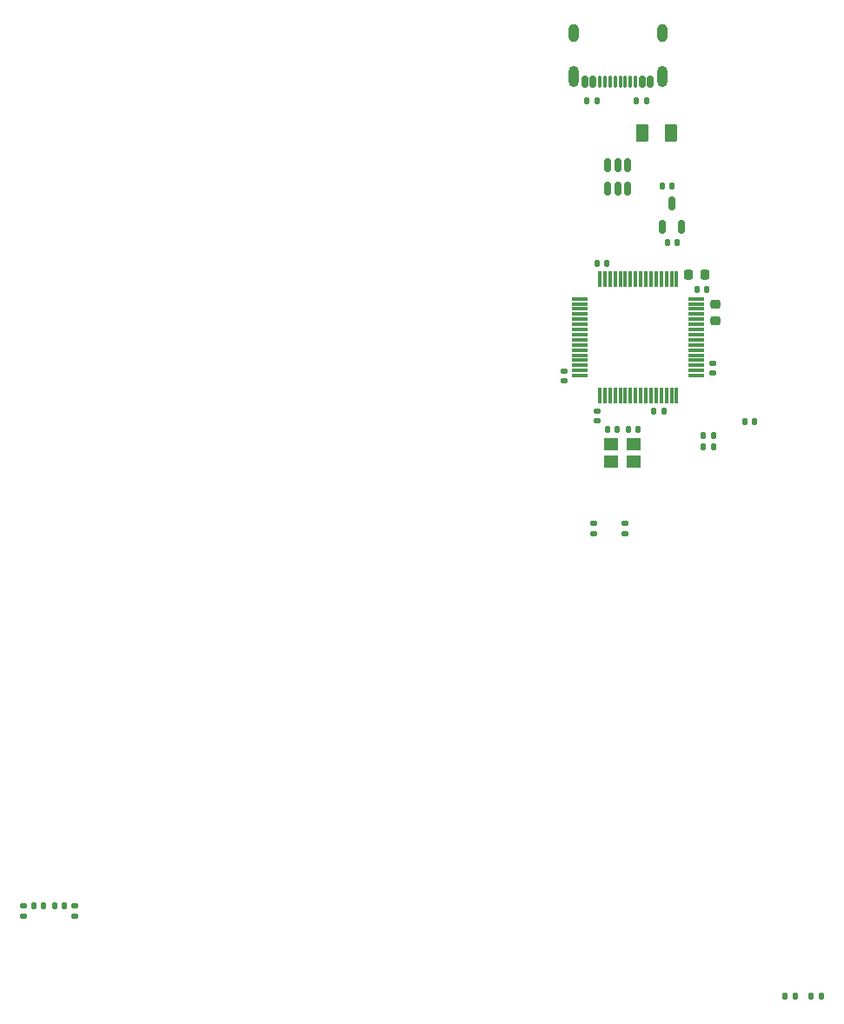
<source format=gbr>
%TF.GenerationSoftware,KiCad,Pcbnew,8.0.5*%
%TF.CreationDate,2024-10-02T17:20:21+02:00*%
%TF.ProjectId,vaucasy-pcb,76617563-6173-4792-9d70-63622e6b6963,rev?*%
%TF.SameCoordinates,Original*%
%TF.FileFunction,Paste,Top*%
%TF.FilePolarity,Positive*%
%FSLAX46Y46*%
G04 Gerber Fmt 4.6, Leading zero omitted, Abs format (unit mm)*
G04 Created by KiCad (PCBNEW 8.0.5) date 2024-10-02 17:20:21*
%MOMM*%
%LPD*%
G01*
G04 APERTURE LIST*
G04 Aperture macros list*
%AMRoundRect*
0 Rectangle with rounded corners*
0 $1 Rounding radius*
0 $2 $3 $4 $5 $6 $7 $8 $9 X,Y pos of 4 corners*
0 Add a 4 corners polygon primitive as box body*
4,1,4,$2,$3,$4,$5,$6,$7,$8,$9,$2,$3,0*
0 Add four circle primitives for the rounded corners*
1,1,$1+$1,$2,$3*
1,1,$1+$1,$4,$5*
1,1,$1+$1,$6,$7*
1,1,$1+$1,$8,$9*
0 Add four rect primitives between the rounded corners*
20,1,$1+$1,$2,$3,$4,$5,0*
20,1,$1+$1,$4,$5,$6,$7,0*
20,1,$1+$1,$6,$7,$8,$9,0*
20,1,$1+$1,$8,$9,$2,$3,0*%
G04 Aperture macros list end*
%ADD10RoundRect,0.150000X0.150000X-0.512500X0.150000X0.512500X-0.150000X0.512500X-0.150000X-0.512500X0*%
%ADD11RoundRect,0.135000X-0.185000X0.135000X-0.185000X-0.135000X0.185000X-0.135000X0.185000X0.135000X0*%
%ADD12RoundRect,0.075000X0.075000X-0.700000X0.075000X0.700000X-0.075000X0.700000X-0.075000X-0.700000X0*%
%ADD13RoundRect,0.075000X0.700000X-0.075000X0.700000X0.075000X-0.700000X0.075000X-0.700000X-0.075000X0*%
%ADD14RoundRect,0.140000X-0.140000X-0.170000X0.140000X-0.170000X0.140000X0.170000X-0.140000X0.170000X0*%
%ADD15RoundRect,0.140000X-0.170000X0.140000X-0.170000X-0.140000X0.170000X-0.140000X0.170000X0.140000X0*%
%ADD16RoundRect,0.135000X0.185000X-0.135000X0.185000X0.135000X-0.185000X0.135000X-0.185000X-0.135000X0*%
%ADD17RoundRect,0.140000X0.170000X-0.140000X0.170000X0.140000X-0.170000X0.140000X-0.170000X-0.140000X0*%
%ADD18RoundRect,0.135000X0.135000X0.185000X-0.135000X0.185000X-0.135000X-0.185000X0.135000X-0.185000X0*%
%ADD19RoundRect,0.150000X-0.150000X0.512500X-0.150000X-0.512500X0.150000X-0.512500X0.150000X0.512500X0*%
%ADD20RoundRect,0.135000X-0.135000X-0.185000X0.135000X-0.185000X0.135000X0.185000X-0.135000X0.185000X0*%
%ADD21RoundRect,0.140000X0.140000X0.170000X-0.140000X0.170000X-0.140000X-0.170000X0.140000X-0.170000X0*%
%ADD22RoundRect,0.250000X0.375000X0.625000X-0.375000X0.625000X-0.375000X-0.625000X0.375000X-0.625000X0*%
%ADD23RoundRect,0.225000X-0.225000X-0.250000X0.225000X-0.250000X0.225000X0.250000X-0.225000X0.250000X0*%
%ADD24O,1.000000X1.800000*%
%ADD25O,1.000000X2.100000*%
%ADD26RoundRect,0.150000X0.150000X0.425000X-0.150000X0.425000X-0.150000X-0.425000X0.150000X-0.425000X0*%
%ADD27RoundRect,0.075000X0.075000X0.500000X-0.075000X0.500000X-0.075000X-0.500000X0.075000X-0.500000X0*%
%ADD28RoundRect,0.225000X-0.250000X0.225000X-0.250000X-0.225000X0.250000X-0.225000X0.250000X0.225000X0*%
%ADD29R,1.400000X1.200000*%
G04 APERTURE END LIST*
D10*
%TO.C,U3*%
X167350000Y-53382500D03*
X169250000Y-53382500D03*
X168300000Y-51107500D03*
%TD*%
D11*
%TO.C,R10*%
X160675000Y-82190000D03*
X160675000Y-83210000D03*
%TD*%
D12*
%TO.C,U1*%
X161250000Y-69775000D03*
X161750000Y-69775000D03*
X162250000Y-69775000D03*
X162750000Y-69775000D03*
X163250000Y-69775000D03*
X163750000Y-69775000D03*
X164250000Y-69775000D03*
X164750000Y-69775000D03*
X165250000Y-69775000D03*
X165750000Y-69775000D03*
X166250000Y-69775000D03*
X166750000Y-69775000D03*
X167250000Y-69775000D03*
X167750000Y-69775000D03*
X168250000Y-69775000D03*
X168750000Y-69775000D03*
D13*
X170675000Y-67850000D03*
X170675000Y-67350000D03*
X170675000Y-66850000D03*
X170675000Y-66350000D03*
X170675000Y-65850000D03*
X170675000Y-65350000D03*
X170675000Y-64850000D03*
X170675000Y-64350000D03*
X170675000Y-63850000D03*
X170675000Y-63350000D03*
X170675000Y-62850000D03*
X170675000Y-62350000D03*
X170675000Y-61850000D03*
X170675000Y-61350000D03*
X170675000Y-60850000D03*
X170675000Y-60350000D03*
D12*
X168750000Y-58425000D03*
X168250000Y-58425000D03*
X167750000Y-58425000D03*
X167250000Y-58425000D03*
X166750000Y-58425000D03*
X166250000Y-58425000D03*
X165750000Y-58425000D03*
X165250000Y-58425000D03*
X164750000Y-58425000D03*
X164250000Y-58425000D03*
X163750000Y-58425000D03*
X163250000Y-58425000D03*
X162750000Y-58425000D03*
X162250000Y-58425000D03*
X161750000Y-58425000D03*
X161250000Y-58425000D03*
D13*
X159325000Y-60350000D03*
X159325000Y-60850000D03*
X159325000Y-61350000D03*
X159325000Y-61850000D03*
X159325000Y-62350000D03*
X159325000Y-62850000D03*
X159325000Y-63350000D03*
X159325000Y-63850000D03*
X159325000Y-64350000D03*
X159325000Y-64850000D03*
X159325000Y-65350000D03*
X159325000Y-65850000D03*
X159325000Y-66350000D03*
X159325000Y-66850000D03*
X159325000Y-67350000D03*
X159325000Y-67850000D03*
%TD*%
D14*
%TO.C,C11*%
X164980000Y-73100000D03*
X164020000Y-73100000D03*
%TD*%
D15*
%TO.C,C5*%
X157775000Y-68380000D03*
X157775000Y-67420000D03*
%TD*%
D14*
%TO.C,C14*%
X108135000Y-119450000D03*
X109095000Y-119450000D03*
%TD*%
D11*
%TO.C,R7*%
X110115000Y-119440000D03*
X110115000Y-120460000D03*
%TD*%
D14*
%TO.C,C9*%
X167340000Y-49395000D03*
X168300000Y-49395000D03*
%TD*%
D16*
%TO.C,R8*%
X105115000Y-120460000D03*
X105115000Y-119440000D03*
%TD*%
D17*
%TO.C,C1*%
X161025000Y-72255000D03*
X161025000Y-71295000D03*
%TD*%
D18*
%TO.C,R13*%
X182815000Y-128300000D03*
X181795000Y-128300000D03*
%TD*%
D19*
%TO.C,U2*%
X163950000Y-47320000D03*
X163000000Y-47320000D03*
X162050000Y-47320000D03*
X162050000Y-49595000D03*
X163000000Y-49595000D03*
X163950000Y-49595000D03*
%TD*%
D20*
%TO.C,R2*%
X172360000Y-74800000D03*
X171340000Y-74800000D03*
%TD*%
%TO.C,R4*%
X159990000Y-41075000D03*
X161010000Y-41075000D03*
%TD*%
D21*
%TO.C,C17*%
X175370000Y-72300000D03*
X176330000Y-72300000D03*
%TD*%
D22*
%TO.C,F1*%
X168220000Y-44245000D03*
X165420000Y-44245000D03*
%TD*%
D23*
%TO.C,C6*%
X171475000Y-58050000D03*
X169925000Y-58050000D03*
%TD*%
D17*
%TO.C,C2*%
X172250000Y-66640000D03*
X172250000Y-67600000D03*
%TD*%
D14*
%TO.C,C8*%
X167870000Y-54895000D03*
X168830000Y-54895000D03*
%TD*%
D18*
%TO.C,R14*%
X180325000Y-128300000D03*
X179305000Y-128300000D03*
%TD*%
D21*
%TO.C,C3*%
X170745000Y-59425000D03*
X171705000Y-59425000D03*
%TD*%
D14*
%TO.C,C10*%
X162980000Y-73100000D03*
X162020000Y-73100000D03*
%TD*%
%TO.C,C13*%
X167500000Y-71325000D03*
X166540000Y-71325000D03*
%TD*%
D18*
%TO.C,R3*%
X165835000Y-41075000D03*
X164815000Y-41075000D03*
%TD*%
D14*
%TO.C,C15*%
X106135000Y-119450000D03*
X107095000Y-119450000D03*
%TD*%
D24*
%TO.C,J1*%
X158680000Y-34500000D03*
D25*
X158680000Y-38680000D03*
D24*
X167320000Y-34500000D03*
D25*
X167320000Y-38680000D03*
D26*
X166200000Y-39255000D03*
X165400000Y-39255000D03*
D27*
X164750000Y-39255000D03*
X163750000Y-39255000D03*
X162250000Y-39255000D03*
X161250000Y-39255000D03*
D26*
X160600000Y-39255000D03*
X159800000Y-39255000D03*
X159800000Y-39255000D03*
X160600000Y-39255000D03*
D27*
X161750000Y-39255000D03*
X162750000Y-39255000D03*
X163250000Y-39255000D03*
X164250000Y-39255000D03*
D26*
X165400000Y-39255000D03*
X166200000Y-39255000D03*
%TD*%
D28*
%TO.C,C12*%
X172500000Y-62475000D03*
X172500000Y-60925000D03*
%TD*%
D21*
%TO.C,C7*%
X171370000Y-73700000D03*
X172330000Y-73700000D03*
%TD*%
%TO.C,C4*%
X160970000Y-56875000D03*
X161930000Y-56875000D03*
%TD*%
D16*
%TO.C,R9*%
X163675000Y-83210000D03*
X163675000Y-82190000D03*
%TD*%
D29*
%TO.C,Y1*%
X162400000Y-74550000D03*
X164600000Y-74550000D03*
X164600000Y-76250000D03*
X162400000Y-76250000D03*
%TD*%
M02*

</source>
